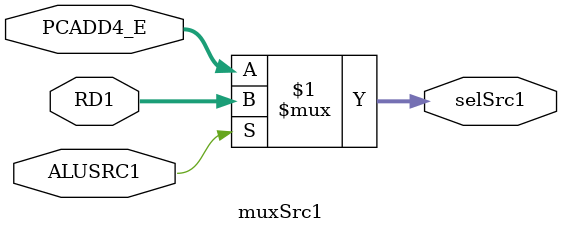
<source format=v>
module muxSrc1(
	input [31:0] RD1, PCADD4_E,
	input ALUSRC1,
	output [31:0] selSrc1
);
assign selSrc1 = ALUSRC1 ? RD1 : PCADD4_E; 
endmodule

</source>
